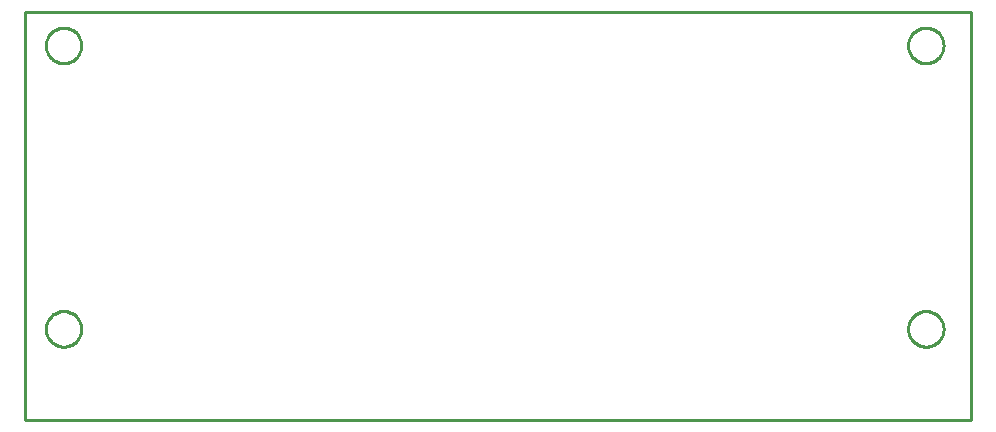
<source format=gbr>
G04 EAGLE Gerber RS-274X export*
G75*
%MOMM*%
%FSLAX34Y34*%
%LPD*%
%IN*%
%IPPOS*%
%AMOC8*
5,1,8,0,0,1.08239X$1,22.5*%
G01*
%ADD10C,0.254000*%


D10*
X117500Y82700D02*
X918000Y82700D01*
X918000Y428400D01*
X117500Y428400D01*
X117500Y82700D01*
X165000Y399464D02*
X164924Y398396D01*
X164771Y397335D01*
X164543Y396288D01*
X164241Y395260D01*
X163867Y394256D01*
X163422Y393281D01*
X162908Y392341D01*
X162329Y391440D01*
X161687Y390582D01*
X160985Y389772D01*
X160228Y389015D01*
X159418Y388313D01*
X158560Y387671D01*
X157659Y387092D01*
X156719Y386578D01*
X155744Y386133D01*
X154740Y385759D01*
X153712Y385457D01*
X152665Y385229D01*
X151604Y385076D01*
X150536Y385000D01*
X149464Y385000D01*
X148396Y385076D01*
X147335Y385229D01*
X146288Y385457D01*
X145260Y385759D01*
X144256Y386133D01*
X143281Y386578D01*
X142341Y387092D01*
X141440Y387671D01*
X140582Y388313D01*
X139772Y389015D01*
X139015Y389772D01*
X138313Y390582D01*
X137671Y391440D01*
X137092Y392341D01*
X136578Y393281D01*
X136133Y394256D01*
X135759Y395260D01*
X135457Y396288D01*
X135229Y397335D01*
X135076Y398396D01*
X135000Y399464D01*
X135000Y400536D01*
X135076Y401604D01*
X135229Y402665D01*
X135457Y403712D01*
X135759Y404740D01*
X136133Y405744D01*
X136578Y406719D01*
X137092Y407659D01*
X137671Y408560D01*
X138313Y409418D01*
X139015Y410228D01*
X139772Y410985D01*
X140582Y411687D01*
X141440Y412329D01*
X142341Y412908D01*
X143281Y413422D01*
X144256Y413867D01*
X145260Y414241D01*
X146288Y414543D01*
X147335Y414771D01*
X148396Y414924D01*
X149464Y415000D01*
X150536Y415000D01*
X151604Y414924D01*
X152665Y414771D01*
X153712Y414543D01*
X154740Y414241D01*
X155744Y413867D01*
X156719Y413422D01*
X157659Y412908D01*
X158560Y412329D01*
X159418Y411687D01*
X160228Y410985D01*
X160985Y410228D01*
X161687Y409418D01*
X162329Y408560D01*
X162908Y407659D01*
X163422Y406719D01*
X163867Y405744D01*
X164241Y404740D01*
X164543Y403712D01*
X164771Y402665D01*
X164924Y401604D01*
X165000Y400536D01*
X165000Y399464D01*
X165000Y159464D02*
X164924Y158396D01*
X164771Y157335D01*
X164543Y156288D01*
X164241Y155260D01*
X163867Y154256D01*
X163422Y153281D01*
X162908Y152341D01*
X162329Y151440D01*
X161687Y150582D01*
X160985Y149772D01*
X160228Y149015D01*
X159418Y148313D01*
X158560Y147671D01*
X157659Y147092D01*
X156719Y146578D01*
X155744Y146133D01*
X154740Y145759D01*
X153712Y145457D01*
X152665Y145229D01*
X151604Y145076D01*
X150536Y145000D01*
X149464Y145000D01*
X148396Y145076D01*
X147335Y145229D01*
X146288Y145457D01*
X145260Y145759D01*
X144256Y146133D01*
X143281Y146578D01*
X142341Y147092D01*
X141440Y147671D01*
X140582Y148313D01*
X139772Y149015D01*
X139015Y149772D01*
X138313Y150582D01*
X137671Y151440D01*
X137092Y152341D01*
X136578Y153281D01*
X136133Y154256D01*
X135759Y155260D01*
X135457Y156288D01*
X135229Y157335D01*
X135076Y158396D01*
X135000Y159464D01*
X135000Y160536D01*
X135076Y161604D01*
X135229Y162665D01*
X135457Y163712D01*
X135759Y164740D01*
X136133Y165744D01*
X136578Y166719D01*
X137092Y167659D01*
X137671Y168560D01*
X138313Y169418D01*
X139015Y170228D01*
X139772Y170985D01*
X140582Y171687D01*
X141440Y172329D01*
X142341Y172908D01*
X143281Y173422D01*
X144256Y173867D01*
X145260Y174241D01*
X146288Y174543D01*
X147335Y174771D01*
X148396Y174924D01*
X149464Y175000D01*
X150536Y175000D01*
X151604Y174924D01*
X152665Y174771D01*
X153712Y174543D01*
X154740Y174241D01*
X155744Y173867D01*
X156719Y173422D01*
X157659Y172908D01*
X158560Y172329D01*
X159418Y171687D01*
X160228Y170985D01*
X160985Y170228D01*
X161687Y169418D01*
X162329Y168560D01*
X162908Y167659D01*
X163422Y166719D01*
X163867Y165744D01*
X164241Y164740D01*
X164543Y163712D01*
X164771Y162665D01*
X164924Y161604D01*
X165000Y160536D01*
X165000Y159464D01*
X895000Y399464D02*
X894924Y398396D01*
X894771Y397335D01*
X894543Y396288D01*
X894241Y395260D01*
X893867Y394256D01*
X893422Y393281D01*
X892908Y392341D01*
X892329Y391440D01*
X891687Y390582D01*
X890985Y389772D01*
X890228Y389015D01*
X889418Y388313D01*
X888560Y387671D01*
X887659Y387092D01*
X886719Y386578D01*
X885744Y386133D01*
X884740Y385759D01*
X883712Y385457D01*
X882665Y385229D01*
X881604Y385076D01*
X880536Y385000D01*
X879464Y385000D01*
X878396Y385076D01*
X877335Y385229D01*
X876288Y385457D01*
X875260Y385759D01*
X874256Y386133D01*
X873281Y386578D01*
X872341Y387092D01*
X871440Y387671D01*
X870582Y388313D01*
X869772Y389015D01*
X869015Y389772D01*
X868313Y390582D01*
X867671Y391440D01*
X867092Y392341D01*
X866578Y393281D01*
X866133Y394256D01*
X865759Y395260D01*
X865457Y396288D01*
X865229Y397335D01*
X865076Y398396D01*
X865000Y399464D01*
X865000Y400536D01*
X865076Y401604D01*
X865229Y402665D01*
X865457Y403712D01*
X865759Y404740D01*
X866133Y405744D01*
X866578Y406719D01*
X867092Y407659D01*
X867671Y408560D01*
X868313Y409418D01*
X869015Y410228D01*
X869772Y410985D01*
X870582Y411687D01*
X871440Y412329D01*
X872341Y412908D01*
X873281Y413422D01*
X874256Y413867D01*
X875260Y414241D01*
X876288Y414543D01*
X877335Y414771D01*
X878396Y414924D01*
X879464Y415000D01*
X880536Y415000D01*
X881604Y414924D01*
X882665Y414771D01*
X883712Y414543D01*
X884740Y414241D01*
X885744Y413867D01*
X886719Y413422D01*
X887659Y412908D01*
X888560Y412329D01*
X889418Y411687D01*
X890228Y410985D01*
X890985Y410228D01*
X891687Y409418D01*
X892329Y408560D01*
X892908Y407659D01*
X893422Y406719D01*
X893867Y405744D01*
X894241Y404740D01*
X894543Y403712D01*
X894771Y402665D01*
X894924Y401604D01*
X895000Y400536D01*
X895000Y399464D01*
X895000Y159464D02*
X894924Y158396D01*
X894771Y157335D01*
X894543Y156288D01*
X894241Y155260D01*
X893867Y154256D01*
X893422Y153281D01*
X892908Y152341D01*
X892329Y151440D01*
X891687Y150582D01*
X890985Y149772D01*
X890228Y149015D01*
X889418Y148313D01*
X888560Y147671D01*
X887659Y147092D01*
X886719Y146578D01*
X885744Y146133D01*
X884740Y145759D01*
X883712Y145457D01*
X882665Y145229D01*
X881604Y145076D01*
X880536Y145000D01*
X879464Y145000D01*
X878396Y145076D01*
X877335Y145229D01*
X876288Y145457D01*
X875260Y145759D01*
X874256Y146133D01*
X873281Y146578D01*
X872341Y147092D01*
X871440Y147671D01*
X870582Y148313D01*
X869772Y149015D01*
X869015Y149772D01*
X868313Y150582D01*
X867671Y151440D01*
X867092Y152341D01*
X866578Y153281D01*
X866133Y154256D01*
X865759Y155260D01*
X865457Y156288D01*
X865229Y157335D01*
X865076Y158396D01*
X865000Y159464D01*
X865000Y160536D01*
X865076Y161604D01*
X865229Y162665D01*
X865457Y163712D01*
X865759Y164740D01*
X866133Y165744D01*
X866578Y166719D01*
X867092Y167659D01*
X867671Y168560D01*
X868313Y169418D01*
X869015Y170228D01*
X869772Y170985D01*
X870582Y171687D01*
X871440Y172329D01*
X872341Y172908D01*
X873281Y173422D01*
X874256Y173867D01*
X875260Y174241D01*
X876288Y174543D01*
X877335Y174771D01*
X878396Y174924D01*
X879464Y175000D01*
X880536Y175000D01*
X881604Y174924D01*
X882665Y174771D01*
X883712Y174543D01*
X884740Y174241D01*
X885744Y173867D01*
X886719Y173422D01*
X887659Y172908D01*
X888560Y172329D01*
X889418Y171687D01*
X890228Y170985D01*
X890985Y170228D01*
X891687Y169418D01*
X892329Y168560D01*
X892908Y167659D01*
X893422Y166719D01*
X893867Y165744D01*
X894241Y164740D01*
X894543Y163712D01*
X894771Y162665D01*
X894924Y161604D01*
X895000Y160536D01*
X895000Y159464D01*
M02*

</source>
